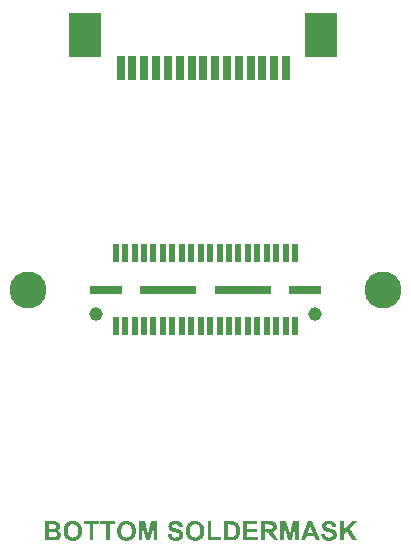
<source format=gbs>
G04*
G04 #@! TF.GenerationSoftware,Altium Limited,Altium Designer,22.5.1 (42)*
G04*
G04 Layer_Color=16711935*
%FSLAX25Y25*%
%MOIN*%
G70*
G04*
G04 #@! TF.SameCoordinates,343D76CA-8D90-4984-A01A-401E7FF7C9D5*
G04*
G04*
G04 #@! TF.FilePolarity,Negative*
G04*
G01*
G75*
%ADD17R,0.02902X0.08374*%
%ADD18R,0.11051X0.14673*%
%ADD20C,0.04516*%
%ADD21C,0.12311*%
%ADD35R,0.10500X0.03020*%
%ADD36R,0.19004X0.03020*%
%ADD37R,0.02311X0.06209*%
G36*
X100424Y-77008D02*
X100525Y-77017D01*
X100645Y-77026D01*
X100766Y-77044D01*
X100905Y-77063D01*
X101200Y-77128D01*
X101348Y-77174D01*
X101497Y-77220D01*
X101645Y-77285D01*
X101783Y-77359D01*
X101913Y-77442D01*
X102033Y-77535D01*
X102042Y-77544D01*
X102061Y-77562D01*
X102088Y-77590D01*
X102126Y-77627D01*
X102172Y-77683D01*
X102227Y-77747D01*
X102283Y-77821D01*
X102348Y-77905D01*
X102403Y-78007D01*
X102459Y-78108D01*
X102514Y-78228D01*
X102560Y-78358D01*
X102606Y-78487D01*
X102644Y-78636D01*
X102671Y-78784D01*
X102681Y-78950D01*
X101385Y-78996D01*
Y-78987D01*
Y-78978D01*
X101367Y-78913D01*
X101348Y-78830D01*
X101312Y-78728D01*
X101265Y-78608D01*
X101200Y-78497D01*
X101117Y-78386D01*
X101025Y-78293D01*
X101015Y-78284D01*
X100979Y-78256D01*
X100914Y-78219D01*
X100821Y-78182D01*
X100710Y-78145D01*
X100572Y-78108D01*
X100405Y-78080D01*
X100211Y-78071D01*
X100118D01*
X100016Y-78080D01*
X99896Y-78099D01*
X99757Y-78127D01*
X99610Y-78173D01*
X99471Y-78228D01*
X99341Y-78312D01*
X99332Y-78321D01*
X99313Y-78339D01*
X99277Y-78367D01*
X99239Y-78413D01*
X99203Y-78469D01*
X99165Y-78543D01*
X99147Y-78617D01*
X99138Y-78710D01*
Y-78719D01*
Y-78746D01*
X99147Y-78793D01*
X99165Y-78839D01*
X99184Y-78904D01*
X99212Y-78969D01*
X99258Y-79033D01*
X99323Y-79098D01*
X99332Y-79107D01*
X99378Y-79135D01*
X99406Y-79154D01*
X99452Y-79172D01*
X99498Y-79200D01*
X99563Y-79228D01*
X99637Y-79255D01*
X99721Y-79292D01*
X99822Y-79329D01*
X99924Y-79366D01*
X100054Y-79403D01*
X100192Y-79440D01*
X100340Y-79477D01*
X100507Y-79523D01*
X100516D01*
X100553Y-79533D01*
X100599Y-79542D01*
X100664Y-79561D01*
X100738Y-79579D01*
X100830Y-79607D01*
X100932Y-79634D01*
X101034Y-79662D01*
X101256Y-79736D01*
X101487Y-79810D01*
X101709Y-79893D01*
X101802Y-79940D01*
X101894Y-79986D01*
X101903D01*
X101913Y-79995D01*
X101968Y-80032D01*
X102051Y-80088D01*
X102153Y-80162D01*
X102264Y-80254D01*
X102384Y-80365D01*
X102505Y-80495D01*
X102606Y-80643D01*
X102616Y-80661D01*
X102644Y-80717D01*
X102690Y-80800D01*
X102736Y-80920D01*
X102782Y-81068D01*
X102829Y-81244D01*
X102856Y-81438D01*
X102866Y-81660D01*
Y-81669D01*
Y-81688D01*
Y-81716D01*
Y-81753D01*
X102856Y-81799D01*
X102847Y-81864D01*
X102829Y-81993D01*
X102792Y-82160D01*
X102736Y-82336D01*
X102653Y-82511D01*
X102551Y-82696D01*
Y-82705D01*
X102532Y-82715D01*
X102496Y-82770D01*
X102421Y-82863D01*
X102329Y-82964D01*
X102209Y-83085D01*
X102051Y-83196D01*
X101885Y-83307D01*
X101681Y-83408D01*
X101672D01*
X101654Y-83418D01*
X101626Y-83427D01*
X101580Y-83446D01*
X101524Y-83464D01*
X101460Y-83482D01*
X101385Y-83501D01*
X101302Y-83520D01*
X101200Y-83547D01*
X101099Y-83566D01*
X100858Y-83603D01*
X100590Y-83631D01*
X100294Y-83640D01*
X100174D01*
X100091Y-83631D01*
X99989Y-83621D01*
X99878Y-83612D01*
X99748Y-83593D01*
X99610Y-83566D01*
X99304Y-83501D01*
X99147Y-83455D01*
X98999Y-83408D01*
X98842Y-83344D01*
X98694Y-83270D01*
X98555Y-83187D01*
X98426Y-83085D01*
X98416Y-83075D01*
X98398Y-83057D01*
X98361Y-83029D01*
X98324Y-82983D01*
X98268Y-82918D01*
X98213Y-82844D01*
X98148Y-82761D01*
X98083Y-82669D01*
X98018Y-82557D01*
X97954Y-82437D01*
X97889Y-82298D01*
X97824Y-82151D01*
X97778Y-81993D01*
X97723Y-81818D01*
X97685Y-81633D01*
X97658Y-81438D01*
X98916Y-81318D01*
Y-81327D01*
X98925Y-81346D01*
Y-81383D01*
X98934Y-81420D01*
X98971Y-81531D01*
X99018Y-81669D01*
X99073Y-81827D01*
X99156Y-81984D01*
X99249Y-82123D01*
X99369Y-82252D01*
X99388Y-82262D01*
X99434Y-82298D01*
X99508Y-82345D01*
X99619Y-82400D01*
X99757Y-82456D01*
X99915Y-82502D01*
X100100Y-82539D01*
X100312Y-82548D01*
X100414D01*
X100525Y-82530D01*
X100664Y-82511D01*
X100812Y-82484D01*
X100969Y-82437D01*
X101117Y-82372D01*
X101247Y-82289D01*
X101265Y-82280D01*
X101302Y-82243D01*
X101348Y-82187D01*
X101413Y-82113D01*
X101469Y-82021D01*
X101524Y-81910D01*
X101561Y-81799D01*
X101570Y-81669D01*
Y-81660D01*
Y-81633D01*
X101561Y-81586D01*
X101552Y-81531D01*
X101533Y-81475D01*
X101515Y-81410D01*
X101478Y-81346D01*
X101432Y-81281D01*
X101423Y-81272D01*
X101404Y-81253D01*
X101376Y-81226D01*
X101330Y-81188D01*
X101265Y-81142D01*
X101182Y-81096D01*
X101090Y-81050D01*
X100969Y-81003D01*
X100960D01*
X100923Y-80985D01*
X100858Y-80967D01*
X100812Y-80948D01*
X100757Y-80939D01*
X100692Y-80920D01*
X100618Y-80892D01*
X100534Y-80874D01*
X100442Y-80846D01*
X100331Y-80818D01*
X100211Y-80791D01*
X100081Y-80754D01*
X99933Y-80717D01*
X99924D01*
X99887Y-80708D01*
X99831Y-80689D01*
X99767Y-80670D01*
X99683Y-80643D01*
X99582Y-80615D01*
X99480Y-80578D01*
X99360Y-80541D01*
X99119Y-80449D01*
X98888Y-80338D01*
X98768Y-80282D01*
X98666Y-80217D01*
X98564Y-80152D01*
X98481Y-80088D01*
X98472Y-80079D01*
X98453Y-80060D01*
X98426Y-80032D01*
X98388Y-79995D01*
X98342Y-79940D01*
X98296Y-79875D01*
X98241Y-79810D01*
X98194Y-79727D01*
X98083Y-79533D01*
X97991Y-79311D01*
X97954Y-79190D01*
X97926Y-79070D01*
X97908Y-78931D01*
X97898Y-78793D01*
Y-78784D01*
Y-78774D01*
Y-78746D01*
Y-78710D01*
X97917Y-78617D01*
X97935Y-78497D01*
X97963Y-78358D01*
X98009Y-78201D01*
X98074Y-78034D01*
X98167Y-77877D01*
Y-77868D01*
X98176Y-77859D01*
X98222Y-77803D01*
X98277Y-77729D01*
X98370Y-77636D01*
X98481Y-77535D01*
X98620Y-77424D01*
X98777Y-77322D01*
X98962Y-77229D01*
X98971D01*
X98990Y-77220D01*
X99018Y-77211D01*
X99054Y-77192D01*
X99110Y-77174D01*
X99165Y-77156D01*
X99239Y-77137D01*
X99323Y-77109D01*
X99508Y-77072D01*
X99721Y-77035D01*
X99961Y-77008D01*
X100229Y-76998D01*
X100340D01*
X100424Y-77008D01*
D02*
G37*
G36*
X49243Y-77008D02*
X49345Y-77017D01*
X49465Y-77026D01*
X49586Y-77044D01*
X49724Y-77063D01*
X50020Y-77128D01*
X50168Y-77174D01*
X50316Y-77220D01*
X50464Y-77285D01*
X50603Y-77359D01*
X50732Y-77442D01*
X50853Y-77535D01*
X50862Y-77544D01*
X50880Y-77562D01*
X50908Y-77590D01*
X50945Y-77627D01*
X50991Y-77683D01*
X51047Y-77747D01*
X51103Y-77821D01*
X51167Y-77905D01*
X51223Y-78007D01*
X51278Y-78108D01*
X51334Y-78228D01*
X51380Y-78358D01*
X51426Y-78487D01*
X51463Y-78636D01*
X51491Y-78784D01*
X51500Y-78950D01*
X50205Y-78996D01*
Y-78987D01*
Y-78978D01*
X50187Y-78913D01*
X50168Y-78830D01*
X50131Y-78728D01*
X50085Y-78608D01*
X50020Y-78497D01*
X49937Y-78386D01*
X49845Y-78293D01*
X49835Y-78284D01*
X49798Y-78256D01*
X49733Y-78219D01*
X49641Y-78182D01*
X49530Y-78145D01*
X49391Y-78108D01*
X49225Y-78080D01*
X49031Y-78071D01*
X48938D01*
X48836Y-78080D01*
X48716Y-78099D01*
X48577Y-78127D01*
X48429Y-78173D01*
X48291Y-78228D01*
X48161Y-78312D01*
X48152Y-78321D01*
X48133Y-78339D01*
X48096Y-78367D01*
X48059Y-78413D01*
X48022Y-78469D01*
X47985Y-78543D01*
X47967Y-78617D01*
X47958Y-78710D01*
Y-78719D01*
Y-78746D01*
X47967Y-78793D01*
X47985Y-78839D01*
X48004Y-78904D01*
X48031Y-78969D01*
X48078Y-79033D01*
X48142Y-79098D01*
X48152Y-79107D01*
X48198Y-79135D01*
X48226Y-79154D01*
X48272Y-79172D01*
X48318Y-79200D01*
X48383Y-79228D01*
X48457Y-79255D01*
X48540Y-79292D01*
X48642Y-79329D01*
X48744Y-79366D01*
X48873Y-79403D01*
X49012Y-79440D01*
X49160Y-79477D01*
X49327Y-79523D01*
X49336D01*
X49373Y-79533D01*
X49419Y-79542D01*
X49484Y-79561D01*
X49558Y-79579D01*
X49650Y-79607D01*
X49752Y-79634D01*
X49854Y-79662D01*
X50076Y-79736D01*
X50307Y-79810D01*
X50529Y-79893D01*
X50621Y-79940D01*
X50714Y-79986D01*
X50723D01*
X50732Y-79995D01*
X50788Y-80032D01*
X50871Y-80088D01*
X50973Y-80162D01*
X51084Y-80254D01*
X51204Y-80365D01*
X51324Y-80495D01*
X51426Y-80643D01*
X51436Y-80661D01*
X51463Y-80717D01*
X51509Y-80800D01*
X51556Y-80920D01*
X51602Y-81068D01*
X51648Y-81244D01*
X51676Y-81438D01*
X51685Y-81660D01*
Y-81669D01*
Y-81688D01*
Y-81716D01*
Y-81753D01*
X51676Y-81799D01*
X51667Y-81864D01*
X51648Y-81993D01*
X51611Y-82160D01*
X51556Y-82336D01*
X51473Y-82511D01*
X51371Y-82696D01*
Y-82705D01*
X51352Y-82715D01*
X51315Y-82770D01*
X51241Y-82863D01*
X51149Y-82964D01*
X51029Y-83085D01*
X50871Y-83196D01*
X50705Y-83307D01*
X50501Y-83408D01*
X50492D01*
X50473Y-83418D01*
X50446Y-83427D01*
X50400Y-83446D01*
X50344Y-83464D01*
X50279Y-83482D01*
X50205Y-83501D01*
X50122Y-83520D01*
X50020Y-83547D01*
X49918Y-83566D01*
X49678Y-83603D01*
X49410Y-83631D01*
X49114Y-83640D01*
X48994D01*
X48910Y-83631D01*
X48809Y-83621D01*
X48698Y-83612D01*
X48568Y-83593D01*
X48429Y-83566D01*
X48124Y-83501D01*
X47967Y-83455D01*
X47819Y-83408D01*
X47662Y-83344D01*
X47513Y-83270D01*
X47375Y-83187D01*
X47245Y-83085D01*
X47236Y-83075D01*
X47218Y-83057D01*
X47181Y-83029D01*
X47144Y-82983D01*
X47088Y-82918D01*
X47032Y-82844D01*
X46968Y-82761D01*
X46903Y-82669D01*
X46838Y-82557D01*
X46773Y-82437D01*
X46709Y-82298D01*
X46644Y-82151D01*
X46598Y-81993D01*
X46542Y-81818D01*
X46505Y-81633D01*
X46477Y-81438D01*
X47736Y-81318D01*
Y-81327D01*
X47745Y-81346D01*
Y-81383D01*
X47754Y-81420D01*
X47791Y-81531D01*
X47837Y-81669D01*
X47893Y-81827D01*
X47976Y-81984D01*
X48068Y-82123D01*
X48189Y-82252D01*
X48207Y-82262D01*
X48254Y-82298D01*
X48327Y-82345D01*
X48439Y-82400D01*
X48577Y-82456D01*
X48735Y-82502D01*
X48919Y-82539D01*
X49132Y-82548D01*
X49234D01*
X49345Y-82530D01*
X49484Y-82511D01*
X49632Y-82484D01*
X49789Y-82437D01*
X49937Y-82372D01*
X50067Y-82289D01*
X50085Y-82280D01*
X50122Y-82243D01*
X50168Y-82187D01*
X50233Y-82113D01*
X50288Y-82021D01*
X50344Y-81910D01*
X50381Y-81799D01*
X50390Y-81669D01*
Y-81660D01*
Y-81633D01*
X50381Y-81586D01*
X50372Y-81531D01*
X50353Y-81475D01*
X50335Y-81410D01*
X50298Y-81346D01*
X50252Y-81281D01*
X50242Y-81272D01*
X50224Y-81253D01*
X50196Y-81226D01*
X50150Y-81188D01*
X50085Y-81142D01*
X50002Y-81096D01*
X49909Y-81050D01*
X49789Y-81003D01*
X49780D01*
X49743Y-80985D01*
X49678Y-80967D01*
X49632Y-80948D01*
X49576Y-80939D01*
X49512Y-80920D01*
X49437Y-80892D01*
X49354Y-80874D01*
X49262Y-80846D01*
X49151Y-80818D01*
X49031Y-80791D01*
X48901Y-80754D01*
X48753Y-80717D01*
X48744D01*
X48707Y-80708D01*
X48651Y-80689D01*
X48586Y-80670D01*
X48503Y-80643D01*
X48401Y-80615D01*
X48300Y-80578D01*
X48180Y-80541D01*
X47939Y-80449D01*
X47708Y-80338D01*
X47587Y-80282D01*
X47486Y-80217D01*
X47384Y-80152D01*
X47301Y-80088D01*
X47291Y-80079D01*
X47273Y-80060D01*
X47245Y-80032D01*
X47208Y-79995D01*
X47162Y-79940D01*
X47116Y-79875D01*
X47060Y-79810D01*
X47014Y-79727D01*
X46903Y-79533D01*
X46810Y-79311D01*
X46773Y-79190D01*
X46746Y-79070D01*
X46727Y-78931D01*
X46718Y-78793D01*
Y-78784D01*
Y-78774D01*
Y-78746D01*
Y-78710D01*
X46736Y-78617D01*
X46755Y-78497D01*
X46783Y-78358D01*
X46829Y-78201D01*
X46894Y-78034D01*
X46986Y-77877D01*
Y-77868D01*
X46995Y-77859D01*
X47042Y-77803D01*
X47097Y-77729D01*
X47190Y-77636D01*
X47301Y-77535D01*
X47440Y-77424D01*
X47597Y-77322D01*
X47782Y-77229D01*
X47791D01*
X47809Y-77220D01*
X47837Y-77211D01*
X47874Y-77192D01*
X47930Y-77174D01*
X47985Y-77156D01*
X48059Y-77137D01*
X48142Y-77109D01*
X48327Y-77072D01*
X48540Y-77035D01*
X48781Y-77008D01*
X49049Y-76998D01*
X49160D01*
X49243Y-77008D01*
D02*
G37*
G36*
X107204Y-79616D02*
X109748Y-83520D01*
X108073D01*
X106307Y-80513D01*
X105261Y-81586D01*
Y-83520D01*
X103966D01*
Y-77118D01*
X105261D01*
Y-79967D01*
X107888Y-77118D01*
X109627D01*
X107204Y-79616D01*
D02*
G37*
G36*
X90230Y-83520D02*
X89037D01*
X89028Y-78487D01*
X87770Y-83520D01*
X86521D01*
X85263Y-78487D01*
Y-83520D01*
X84070D01*
Y-77118D01*
X86003D01*
X87150Y-81494D01*
X88288Y-77118D01*
X90230D01*
Y-83520D01*
D02*
G37*
G36*
X43018D02*
X41825D01*
X41816Y-78487D01*
X40558Y-83520D01*
X39309D01*
X38051Y-78487D01*
Y-83520D01*
X36858D01*
Y-77118D01*
X38791D01*
X39938Y-81494D01*
X41076Y-77118D01*
X43018D01*
Y-83520D01*
D02*
G37*
G36*
X97306Y-83520D02*
X95910D01*
X95354Y-82067D01*
X92783D01*
X92256Y-83520D01*
X90887Y-83520D01*
X93366Y-77118D01*
X94735D01*
X97306Y-83520D01*
D02*
G37*
G36*
X80601Y-77128D02*
X80703D01*
X80804Y-77137D01*
X80924D01*
X81165Y-77165D01*
X81415Y-77192D01*
X81646Y-77239D01*
X81748Y-77267D01*
X81840Y-77294D01*
X81849D01*
X81859Y-77303D01*
X81914Y-77331D01*
X81998Y-77377D01*
X82108Y-77433D01*
X82229Y-77526D01*
X82349Y-77627D01*
X82469Y-77757D01*
X82580Y-77914D01*
Y-77923D01*
X82590Y-77933D01*
X82608Y-77960D01*
X82626Y-77988D01*
X82673Y-78080D01*
X82728Y-78201D01*
X82775Y-78349D01*
X82821Y-78515D01*
X82858Y-78710D01*
X82867Y-78913D01*
Y-78922D01*
Y-78941D01*
Y-78987D01*
X82858Y-79033D01*
Y-79098D01*
X82849Y-79163D01*
X82811Y-79329D01*
X82765Y-79523D01*
X82691Y-79718D01*
X82580Y-79921D01*
X82516Y-80014D01*
X82442Y-80106D01*
X82432Y-80115D01*
X82423Y-80125D01*
X82395Y-80152D01*
X82358Y-80180D01*
X82321Y-80217D01*
X82266Y-80264D01*
X82201Y-80310D01*
X82127Y-80356D01*
X82044Y-80411D01*
X81942Y-80458D01*
X81840Y-80504D01*
X81729Y-80550D01*
X81600Y-80597D01*
X81470Y-80633D01*
X81331Y-80670D01*
X81174Y-80698D01*
X81183D01*
X81193Y-80708D01*
X81248Y-80744D01*
X81322Y-80791D01*
X81415Y-80856D01*
X81526Y-80939D01*
X81637Y-81022D01*
X81757Y-81124D01*
X81859Y-81235D01*
X81868Y-81244D01*
X81914Y-81290D01*
X81970Y-81364D01*
X82053Y-81475D01*
X82164Y-81614D01*
X82219Y-81707D01*
X82284Y-81799D01*
X82358Y-81901D01*
X82432Y-82012D01*
X82516Y-82141D01*
X82599Y-82271D01*
X83385Y-83520D01*
X81831D01*
X80906Y-82132D01*
X80897Y-82123D01*
X80888Y-82095D01*
X80860Y-82058D01*
X80823Y-82012D01*
X80786Y-81956D01*
X80739Y-81882D01*
X80638Y-81734D01*
X80518Y-81568D01*
X80406Y-81420D01*
X80305Y-81281D01*
X80259Y-81235D01*
X80221Y-81188D01*
X80212Y-81179D01*
X80194Y-81161D01*
X80157Y-81124D01*
X80111Y-81077D01*
X80046Y-81041D01*
X79981Y-80994D01*
X79907Y-80957D01*
X79833Y-80920D01*
X79824D01*
X79796Y-80911D01*
X79750Y-80892D01*
X79676Y-80883D01*
X79583Y-80865D01*
X79472Y-80856D01*
X79343Y-80846D01*
X78926D01*
Y-83520D01*
X77631D01*
Y-77118D01*
X80518D01*
X80601Y-77128D01*
D02*
G37*
G36*
X76411Y-78201D02*
X72960D01*
Y-79616D01*
X76170D01*
Y-80698D01*
X72960D01*
Y-82437D01*
X76531D01*
Y-83520D01*
X71665D01*
Y-77118D01*
X76411D01*
Y-78201D01*
D02*
G37*
G36*
X67836Y-77128D02*
X68011Y-77137D01*
X68206Y-77146D01*
X68409Y-77174D01*
X68603Y-77202D01*
X68779Y-77248D01*
X68788D01*
X68807Y-77257D01*
X68835Y-77267D01*
X68872Y-77276D01*
X68983Y-77322D01*
X69112Y-77387D01*
X69260Y-77470D01*
X69427Y-77572D01*
X69584Y-77692D01*
X69741Y-77840D01*
X69750D01*
X69760Y-77859D01*
X69806Y-77914D01*
X69880Y-78007D01*
X69963Y-78127D01*
X70065Y-78275D01*
X70167Y-78451D01*
X70268Y-78654D01*
X70352Y-78876D01*
Y-78885D01*
X70361Y-78904D01*
X70370Y-78941D01*
X70389Y-78987D01*
X70398Y-79043D01*
X70416Y-79116D01*
X70435Y-79200D01*
X70463Y-79292D01*
X70481Y-79394D01*
X70500Y-79514D01*
X70518Y-79634D01*
X70527Y-79773D01*
X70555Y-80060D01*
X70565Y-80384D01*
Y-80393D01*
Y-80421D01*
Y-80458D01*
Y-80513D01*
X70555Y-80587D01*
Y-80661D01*
X70546Y-80754D01*
X70537Y-80856D01*
X70518Y-81068D01*
X70481Y-81290D01*
X70426Y-81521D01*
X70361Y-81744D01*
Y-81753D01*
X70352Y-81771D01*
X70333Y-81808D01*
X70315Y-81864D01*
X70296Y-81919D01*
X70259Y-81984D01*
X70185Y-82151D01*
X70093Y-82326D01*
X69972Y-82521D01*
X69834Y-82705D01*
X69677Y-82881D01*
X69658Y-82900D01*
X69612Y-82937D01*
X69538Y-82992D01*
X69436Y-83066D01*
X69306Y-83149D01*
X69159Y-83233D01*
X68973Y-83316D01*
X68770Y-83390D01*
X68761D01*
X68752Y-83399D01*
X68724D01*
X68696Y-83408D01*
X68594Y-83427D01*
X68465Y-83455D01*
X68308Y-83482D01*
X68113Y-83501D01*
X67882Y-83510D01*
X67632Y-83520D01*
X65209D01*
Y-77118D01*
X67762D01*
X67836Y-77128D01*
D02*
G37*
G36*
X61065Y-82437D02*
X64284D01*
Y-83520D01*
X59770D01*
Y-77165D01*
X61065D01*
Y-82437D01*
D02*
G37*
G36*
X29078Y-78201D02*
X27191D01*
Y-83520D01*
X25896D01*
Y-78201D01*
X24000D01*
Y-77118D01*
X29078D01*
Y-78201D01*
D02*
G37*
G36*
X23611D02*
X21724D01*
Y-83520D01*
X20429D01*
Y-78201D01*
X18533D01*
Y-77118D01*
X23611D01*
Y-78201D01*
D02*
G37*
G36*
X8552Y-77128D02*
X8738Y-77137D01*
X8923Y-77146D01*
X9098Y-77165D01*
X9256Y-77183D01*
X9274D01*
X9320Y-77192D01*
X9385Y-77211D01*
X9477Y-77239D01*
X9579Y-77276D01*
X9690Y-77322D01*
X9810Y-77377D01*
X9922Y-77451D01*
X9931Y-77461D01*
X9968Y-77488D01*
X10023Y-77535D01*
X10097Y-77590D01*
X10171Y-77674D01*
X10255Y-77766D01*
X10338Y-77868D01*
X10412Y-77988D01*
X10421Y-78007D01*
X10440Y-78044D01*
X10476Y-78118D01*
X10514Y-78210D01*
X10550Y-78321D01*
X10588Y-78441D01*
X10606Y-78589D01*
X10615Y-78737D01*
Y-78746D01*
Y-78756D01*
Y-78811D01*
X10606Y-78895D01*
X10588Y-79005D01*
X10550Y-79135D01*
X10514Y-79274D01*
X10449Y-79413D01*
X10366Y-79561D01*
X10356Y-79579D01*
X10319Y-79625D01*
X10264Y-79690D01*
X10199Y-79773D01*
X10107Y-79856D01*
X9995Y-79958D01*
X9866Y-80041D01*
X9718Y-80125D01*
X9727D01*
X9746Y-80134D01*
X9774Y-80143D01*
X9810Y-80152D01*
X9922Y-80199D01*
X10051Y-80264D01*
X10190Y-80338D01*
X10347Y-80439D01*
X10486Y-80559D01*
X10615Y-80708D01*
X10625Y-80726D01*
X10661Y-80782D01*
X10717Y-80865D01*
X10773Y-80976D01*
X10828Y-81124D01*
X10883Y-81281D01*
X10921Y-81466D01*
X10930Y-81669D01*
Y-81679D01*
Y-81688D01*
Y-81744D01*
X10921Y-81827D01*
X10902Y-81938D01*
X10883Y-82067D01*
X10847Y-82215D01*
X10791Y-82363D01*
X10726Y-82521D01*
X10717Y-82539D01*
X10689Y-82585D01*
X10643Y-82659D01*
X10578Y-82752D01*
X10504Y-82863D01*
X10402Y-82964D01*
X10301Y-83075D01*
X10171Y-83177D01*
X10153Y-83187D01*
X10107Y-83214D01*
X10033Y-83261D01*
X9931Y-83307D01*
X9801Y-83362D01*
X9653Y-83408D01*
X9487Y-83455D01*
X9302Y-83482D01*
X9265D01*
X9228Y-83492D01*
X9135D01*
X9070Y-83501D01*
X8895D01*
X8784Y-83510D01*
X8506D01*
X8349Y-83520D01*
X5574D01*
Y-77118D01*
X8386D01*
X8552Y-77128D01*
D02*
G37*
G36*
X55746Y-77008D02*
X55839D01*
X55959Y-77026D01*
X56098Y-77044D01*
X56255Y-77072D01*
X56421Y-77109D01*
X56597Y-77156D01*
X56782Y-77211D01*
X56967Y-77285D01*
X57161Y-77368D01*
X57346Y-77470D01*
X57531Y-77590D01*
X57707Y-77729D01*
X57873Y-77886D01*
X57883Y-77895D01*
X57911Y-77923D01*
X57957Y-77979D01*
X58003Y-78044D01*
X58068Y-78136D01*
X58142Y-78247D01*
X58216Y-78377D01*
X58299Y-78525D01*
X58382Y-78682D01*
X58456Y-78867D01*
X58530Y-79070D01*
X58595Y-79283D01*
X58650Y-79523D01*
X58688Y-79773D01*
X58715Y-80041D01*
X58724Y-80328D01*
Y-80347D01*
Y-80393D01*
X58715Y-80476D01*
Y-80587D01*
X58697Y-80717D01*
X58678Y-80865D01*
X58650Y-81041D01*
X58623Y-81216D01*
X58577Y-81410D01*
X58521Y-81614D01*
X58447Y-81818D01*
X58364Y-82021D01*
X58271Y-82215D01*
X58151Y-82410D01*
X58021Y-82595D01*
X57873Y-82770D01*
X57864Y-82780D01*
X57837Y-82807D01*
X57790Y-82854D01*
X57716Y-82909D01*
X57633Y-82974D01*
X57531Y-83048D01*
X57411Y-83122D01*
X57282Y-83205D01*
X57124Y-83288D01*
X56958Y-83362D01*
X56773Y-83436D01*
X56569Y-83501D01*
X56357Y-83556D01*
X56125Y-83603D01*
X55885Y-83631D01*
X55626Y-83640D01*
X55561D01*
X55487Y-83631D01*
X55395Y-83621D01*
X55274Y-83612D01*
X55136Y-83593D01*
X54978Y-83566D01*
X54812Y-83529D01*
X54627Y-83482D01*
X54451Y-83427D01*
X54257Y-83353D01*
X54072Y-83270D01*
X53878Y-83177D01*
X53702Y-83057D01*
X53526Y-82928D01*
X53360Y-82770D01*
X53350Y-82761D01*
X53322Y-82733D01*
X53285Y-82678D01*
X53230Y-82613D01*
X53165Y-82521D01*
X53091Y-82410D01*
X53017Y-82289D01*
X52943Y-82141D01*
X52860Y-81984D01*
X52786Y-81799D01*
X52712Y-81605D01*
X52647Y-81392D01*
X52592Y-81161D01*
X52555Y-80911D01*
X52527Y-80643D01*
X52518Y-80365D01*
Y-80356D01*
Y-80319D01*
Y-80273D01*
X52527Y-80199D01*
Y-80115D01*
X52536Y-80023D01*
X52545Y-79912D01*
X52555Y-79792D01*
X52592Y-79533D01*
X52638Y-79255D01*
X52712Y-78978D01*
X52804Y-78719D01*
Y-78710D01*
X52814Y-78700D01*
X52832Y-78672D01*
X52842Y-78636D01*
X52897Y-78543D01*
X52962Y-78423D01*
X53045Y-78284D01*
X53147Y-78145D01*
X53267Y-77988D01*
X53396Y-77840D01*
X53406Y-77831D01*
X53415Y-77821D01*
X53461Y-77775D01*
X53544Y-77701D01*
X53646Y-77618D01*
X53767Y-77526D01*
X53905Y-77424D01*
X54062Y-77331D01*
X54229Y-77257D01*
X54238D01*
X54257Y-77248D01*
X54294Y-77229D01*
X54340Y-77220D01*
X54396Y-77192D01*
X54460Y-77174D01*
X54544Y-77156D01*
X54627Y-77128D01*
X54830Y-77082D01*
X55062Y-77035D01*
X55330Y-77008D01*
X55607Y-76998D01*
X55672D01*
X55746Y-77008D01*
D02*
G37*
G36*
X32880Y-77008D02*
X32972D01*
X33093Y-77026D01*
X33231Y-77044D01*
X33389Y-77072D01*
X33555Y-77109D01*
X33731Y-77156D01*
X33916Y-77211D01*
X34101Y-77285D01*
X34295Y-77368D01*
X34480Y-77470D01*
X34665Y-77590D01*
X34841Y-77729D01*
X35008Y-77886D01*
X35017Y-77895D01*
X35045Y-77923D01*
X35091Y-77979D01*
X35137Y-78044D01*
X35202Y-78136D01*
X35276Y-78247D01*
X35350Y-78377D01*
X35433Y-78525D01*
X35516Y-78682D01*
X35590Y-78867D01*
X35664Y-79070D01*
X35729Y-79283D01*
X35785Y-79523D01*
X35822Y-79773D01*
X35849Y-80041D01*
X35859Y-80328D01*
Y-80347D01*
Y-80393D01*
X35849Y-80476D01*
Y-80587D01*
X35831Y-80717D01*
X35812Y-80865D01*
X35785Y-81041D01*
X35757Y-81216D01*
X35710Y-81410D01*
X35655Y-81614D01*
X35581Y-81818D01*
X35498Y-82021D01*
X35405Y-82215D01*
X35285Y-82410D01*
X35155Y-82595D01*
X35008Y-82770D01*
X34998Y-82780D01*
X34971Y-82807D01*
X34924Y-82854D01*
X34850Y-82909D01*
X34767Y-82974D01*
X34665Y-83048D01*
X34545Y-83122D01*
X34416Y-83205D01*
X34258Y-83288D01*
X34092Y-83362D01*
X33907Y-83436D01*
X33703Y-83501D01*
X33490Y-83556D01*
X33259Y-83603D01*
X33019Y-83631D01*
X32760Y-83640D01*
X32695D01*
X32621Y-83631D01*
X32528Y-83621D01*
X32408Y-83612D01*
X32269Y-83593D01*
X32112Y-83566D01*
X31946Y-83529D01*
X31761Y-83482D01*
X31585Y-83427D01*
X31391Y-83353D01*
X31206Y-83270D01*
X31012Y-83177D01*
X30836Y-83057D01*
X30660Y-82928D01*
X30494Y-82770D01*
X30484Y-82761D01*
X30457Y-82733D01*
X30419Y-82678D01*
X30364Y-82613D01*
X30299Y-82521D01*
X30225Y-82410D01*
X30151Y-82289D01*
X30077Y-82141D01*
X29994Y-81984D01*
X29920Y-81799D01*
X29846Y-81605D01*
X29781Y-81392D01*
X29726Y-81161D01*
X29689Y-80911D01*
X29661Y-80643D01*
X29652Y-80365D01*
Y-80356D01*
Y-80319D01*
Y-80273D01*
X29661Y-80199D01*
Y-80115D01*
X29670Y-80023D01*
X29680Y-79912D01*
X29689Y-79792D01*
X29726Y-79533D01*
X29772Y-79255D01*
X29846Y-78978D01*
X29939Y-78719D01*
Y-78710D01*
X29948Y-78700D01*
X29966Y-78672D01*
X29976Y-78636D01*
X30031Y-78543D01*
X30096Y-78423D01*
X30179Y-78284D01*
X30281Y-78145D01*
X30401Y-77988D01*
X30531Y-77840D01*
X30540Y-77831D01*
X30549Y-77821D01*
X30595Y-77775D01*
X30678Y-77701D01*
X30780Y-77618D01*
X30900Y-77526D01*
X31039Y-77424D01*
X31196Y-77331D01*
X31363Y-77257D01*
X31372D01*
X31391Y-77248D01*
X31428Y-77229D01*
X31474Y-77220D01*
X31530Y-77192D01*
X31594Y-77174D01*
X31677Y-77156D01*
X31761Y-77128D01*
X31964Y-77082D01*
X32195Y-77035D01*
X32464Y-77008D01*
X32741Y-76998D01*
X32806D01*
X32880Y-77008D01*
D02*
G37*
G36*
X14990D02*
X15083D01*
X15203Y-77026D01*
X15342Y-77044D01*
X15499Y-77072D01*
X15666Y-77109D01*
X15842Y-77156D01*
X16026Y-77211D01*
X16211Y-77285D01*
X16406Y-77368D01*
X16591Y-77470D01*
X16776Y-77590D01*
X16951Y-77729D01*
X17118Y-77886D01*
X17127Y-77895D01*
X17155Y-77923D01*
X17201Y-77979D01*
X17247Y-78044D01*
X17312Y-78136D01*
X17386Y-78247D01*
X17460Y-78377D01*
X17544Y-78525D01*
X17627Y-78682D01*
X17701Y-78867D01*
X17775Y-79070D01*
X17840Y-79283D01*
X17895Y-79523D01*
X17932Y-79773D01*
X17960Y-80041D01*
X17969Y-80328D01*
Y-80347D01*
Y-80393D01*
X17960Y-80476D01*
Y-80587D01*
X17941Y-80717D01*
X17923Y-80865D01*
X17895Y-81041D01*
X17867Y-81216D01*
X17821Y-81410D01*
X17765Y-81614D01*
X17692Y-81818D01*
X17608Y-82021D01*
X17516Y-82215D01*
X17395Y-82410D01*
X17266Y-82595D01*
X17118Y-82770D01*
X17109Y-82780D01*
X17081Y-82807D01*
X17035Y-82854D01*
X16961Y-82909D01*
X16878Y-82974D01*
X16776Y-83048D01*
X16656Y-83122D01*
X16526Y-83205D01*
X16369Y-83288D01*
X16202Y-83362D01*
X16017Y-83436D01*
X15814Y-83501D01*
X15601Y-83556D01*
X15370Y-83603D01*
X15129Y-83631D01*
X14870Y-83640D01*
X14806D01*
X14731Y-83631D01*
X14639Y-83621D01*
X14519Y-83612D01*
X14380Y-83593D01*
X14223Y-83566D01*
X14056Y-83529D01*
X13871Y-83482D01*
X13695Y-83427D01*
X13501Y-83353D01*
X13316Y-83270D01*
X13122Y-83177D01*
X12946Y-83057D01*
X12770Y-82928D01*
X12604Y-82770D01*
X12595Y-82761D01*
X12567Y-82733D01*
X12530Y-82678D01*
X12474Y-82613D01*
X12410Y-82521D01*
X12336Y-82410D01*
X12262Y-82289D01*
X12188Y-82141D01*
X12105Y-81984D01*
X12031Y-81799D01*
X11957Y-81605D01*
X11892Y-81392D01*
X11836Y-81161D01*
X11799Y-80911D01*
X11772Y-80643D01*
X11762Y-80365D01*
Y-80356D01*
Y-80319D01*
Y-80273D01*
X11772Y-80199D01*
Y-80115D01*
X11781Y-80023D01*
X11790Y-79912D01*
X11799Y-79792D01*
X11836Y-79533D01*
X11883Y-79255D01*
X11957Y-78978D01*
X12049Y-78719D01*
Y-78710D01*
X12058Y-78700D01*
X12077Y-78672D01*
X12086Y-78636D01*
X12141Y-78543D01*
X12206Y-78423D01*
X12290Y-78284D01*
X12391Y-78145D01*
X12512Y-77988D01*
X12641Y-77840D01*
X12650Y-77831D01*
X12660Y-77821D01*
X12706Y-77775D01*
X12789Y-77701D01*
X12891Y-77618D01*
X13011Y-77526D01*
X13150Y-77424D01*
X13307Y-77331D01*
X13474Y-77257D01*
X13483D01*
X13501Y-77248D01*
X13538Y-77229D01*
X13585Y-77220D01*
X13640Y-77192D01*
X13705Y-77174D01*
X13788Y-77156D01*
X13871Y-77128D01*
X14075Y-77082D01*
X14306Y-77035D01*
X14574Y-77008D01*
X14852Y-76998D01*
X14917D01*
X14990Y-77008D01*
D02*
G37*
%LPC*%
G36*
X94041Y-78608D02*
X93172Y-80985D01*
X94938D01*
X94041Y-78608D01*
D02*
G37*
G36*
X80406Y-78201D02*
X78926D01*
Y-79829D01*
X80185D01*
X80370Y-79820D01*
X80564Y-79810D01*
X80758Y-79801D01*
X80841Y-79792D01*
X80915Y-79782D01*
X80989Y-79764D01*
X81036Y-79755D01*
X81045D01*
X81072Y-79736D01*
X81119Y-79718D01*
X81165Y-79690D01*
X81285Y-79607D01*
X81341Y-79551D01*
X81396Y-79487D01*
X81406Y-79477D01*
X81415Y-79449D01*
X81442Y-79413D01*
X81470Y-79357D01*
X81489Y-79283D01*
X81516Y-79200D01*
X81526Y-79107D01*
X81535Y-79005D01*
Y-78987D01*
Y-78950D01*
X81526Y-78895D01*
X81516Y-78821D01*
X81489Y-78737D01*
X81461Y-78654D01*
X81415Y-78562D01*
X81359Y-78487D01*
X81350Y-78478D01*
X81331Y-78451D01*
X81285Y-78423D01*
X81230Y-78377D01*
X81165Y-78330D01*
X81082Y-78293D01*
X80980Y-78256D01*
X80869Y-78228D01*
X80860D01*
X80832Y-78219D01*
X80777D01*
X80693Y-78210D01*
X80490D01*
X80406Y-78201D01*
D02*
G37*
G36*
X67345D02*
X66504D01*
Y-82437D01*
X67642D01*
X67762Y-82428D01*
X67891D01*
X68021Y-82410D01*
X68141Y-82400D01*
X68243Y-82382D01*
X68261D01*
X68298Y-82363D01*
X68354Y-82345D01*
X68428Y-82317D01*
X68511Y-82280D01*
X68594Y-82234D01*
X68678Y-82178D01*
X68761Y-82113D01*
X68770Y-82104D01*
X68798Y-82077D01*
X68835Y-82030D01*
X68881Y-81966D01*
X68927Y-81882D01*
X68992Y-81780D01*
X69038Y-81651D01*
X69094Y-81503D01*
Y-81494D01*
X69103Y-81485D01*
Y-81457D01*
X69112Y-81420D01*
X69131Y-81383D01*
X69140Y-81327D01*
X69168Y-81188D01*
X69186Y-81022D01*
X69214Y-80828D01*
X69223Y-80587D01*
X69232Y-80328D01*
Y-80319D01*
Y-80291D01*
Y-80254D01*
Y-80208D01*
Y-80143D01*
X69223Y-80069D01*
X69214Y-79912D01*
X69195Y-79727D01*
X69177Y-79533D01*
X69140Y-79357D01*
X69094Y-79190D01*
Y-79181D01*
X69085Y-79172D01*
X69066Y-79126D01*
X69038Y-79052D01*
X69001Y-78959D01*
X68946Y-78867D01*
X68881Y-78765D01*
X68807Y-78663D01*
X68724Y-78571D01*
X68714Y-78562D01*
X68687Y-78534D01*
X68631Y-78497D01*
X68567Y-78451D01*
X68474Y-78395D01*
X68372Y-78349D01*
X68261Y-78303D01*
X68132Y-78266D01*
X68123D01*
X68076Y-78256D01*
X68002Y-78247D01*
X67901Y-78228D01*
X67836D01*
X67752Y-78219D01*
X67669D01*
X67577Y-78210D01*
X67466D01*
X67345Y-78201D01*
D02*
G37*
G36*
X8155Y-78182D02*
X6869D01*
Y-79662D01*
X8108D01*
X8266Y-79653D01*
X8552D01*
X8608Y-79644D01*
X8664D01*
X8700Y-79634D01*
X8756Y-79625D01*
X8839Y-79598D01*
X8923Y-79570D01*
X9006Y-79533D01*
X9089Y-79487D01*
X9163Y-79422D01*
X9172Y-79413D01*
X9191Y-79385D01*
X9228Y-79348D01*
X9265Y-79283D01*
X9292Y-79209D01*
X9330Y-79126D01*
X9348Y-79024D01*
X9357Y-78913D01*
Y-78904D01*
Y-78867D01*
X9348Y-78811D01*
X9339Y-78737D01*
X9320Y-78663D01*
X9283Y-78589D01*
X9246Y-78506D01*
X9191Y-78432D01*
X9182Y-78423D01*
X9163Y-78404D01*
X9117Y-78367D01*
X9070Y-78330D01*
X8997Y-78293D01*
X8913Y-78256D01*
X8811Y-78228D01*
X8700Y-78210D01*
X8691D01*
X8654Y-78201D01*
X8552D01*
X8497Y-78192D01*
X8257D01*
X8155Y-78182D01*
D02*
G37*
G36*
X8210Y-80726D02*
X6869D01*
Y-82437D01*
X8293D01*
X8432Y-82428D01*
X8580D01*
X8728Y-82419D01*
X8849Y-82410D01*
X8904D01*
X8941Y-82400D01*
X8950D01*
X8987Y-82391D01*
X9043Y-82372D01*
X9108Y-82354D01*
X9182Y-82317D01*
X9265Y-82271D01*
X9339Y-82215D01*
X9413Y-82151D01*
X9422Y-82141D01*
X9441Y-82113D01*
X9468Y-82067D01*
X9505Y-82003D01*
X9542Y-81928D01*
X9570Y-81836D01*
X9589Y-81725D01*
X9598Y-81605D01*
Y-81595D01*
Y-81559D01*
X9589Y-81503D01*
X9579Y-81438D01*
X9561Y-81355D01*
X9533Y-81281D01*
X9496Y-81198D01*
X9450Y-81115D01*
X9441Y-81105D01*
X9422Y-81077D01*
X9394Y-81041D01*
X9348Y-81003D01*
X9292Y-80948D01*
X9218Y-80902D01*
X9135Y-80856D01*
X9043Y-80818D01*
X9033D01*
X8987Y-80800D01*
X8913Y-80791D01*
X8867Y-80782D01*
X8802Y-80772D01*
X8738Y-80763D01*
X8654Y-80754D01*
X8562Y-80744D01*
X8451D01*
X8340Y-80735D01*
X8210Y-80726D01*
D02*
G37*
G36*
X55626Y-78099D02*
X55552D01*
X55496Y-78108D01*
X55422Y-78118D01*
X55348Y-78127D01*
X55163Y-78164D01*
X54960Y-78238D01*
X54849Y-78275D01*
X54738Y-78330D01*
X54636Y-78395D01*
X54525Y-78469D01*
X54423Y-78552D01*
X54331Y-78654D01*
X54321Y-78663D01*
X54312Y-78682D01*
X54285Y-78710D01*
X54257Y-78756D01*
X54220Y-78821D01*
X54183Y-78885D01*
X54137Y-78969D01*
X54090Y-79070D01*
X54044Y-79181D01*
X53998Y-79302D01*
X53961Y-79440D01*
X53924Y-79588D01*
X53896Y-79755D01*
X53868Y-79931D01*
X53859Y-80115D01*
X53850Y-80319D01*
Y-80328D01*
Y-80365D01*
Y-80421D01*
X53859Y-80495D01*
X53868Y-80587D01*
X53878Y-80698D01*
X53896Y-80809D01*
X53914Y-80939D01*
X53970Y-81207D01*
X54062Y-81475D01*
X54118Y-81614D01*
X54183Y-81744D01*
X54266Y-81864D01*
X54349Y-81975D01*
X54359Y-81984D01*
X54377Y-82003D01*
X54405Y-82030D01*
X54442Y-82058D01*
X54488Y-82104D01*
X54553Y-82151D01*
X54618Y-82206D01*
X54701Y-82252D01*
X54877Y-82363D01*
X55098Y-82446D01*
X55219Y-82484D01*
X55348Y-82511D01*
X55487Y-82530D01*
X55626Y-82539D01*
X55700D01*
X55755Y-82530D01*
X55820Y-82521D01*
X55894Y-82511D01*
X56070Y-82465D01*
X56273Y-82400D01*
X56375Y-82354D01*
X56486Y-82308D01*
X56588Y-82243D01*
X56699Y-82169D01*
X56801Y-82086D01*
X56893Y-81984D01*
X56902Y-81975D01*
X56911Y-81956D01*
X56939Y-81928D01*
X56967Y-81882D01*
X57013Y-81818D01*
X57050Y-81744D01*
X57096Y-81660D01*
X57143Y-81559D01*
X57189Y-81447D01*
X57235Y-81327D01*
X57282Y-81188D01*
X57319Y-81031D01*
X57346Y-80874D01*
X57374Y-80698D01*
X57383Y-80504D01*
X57393Y-80300D01*
Y-80291D01*
Y-80254D01*
Y-80199D01*
X57383Y-80115D01*
X57374Y-80023D01*
X57365Y-79921D01*
X57355Y-79801D01*
X57328Y-79681D01*
X57272Y-79413D01*
X57189Y-79135D01*
X57134Y-78996D01*
X57069Y-78876D01*
X56985Y-78756D01*
X56902Y-78645D01*
X56893Y-78636D01*
X56884Y-78617D01*
X56856Y-78598D01*
X56819Y-78562D01*
X56763Y-78515D01*
X56708Y-78469D01*
X56643Y-78423D01*
X56560Y-78367D01*
X56477Y-78321D01*
X56375Y-78275D01*
X56162Y-78182D01*
X56042Y-78145D01*
X55913Y-78127D01*
X55774Y-78108D01*
X55626Y-78099D01*
D02*
G37*
G36*
X32760Y-78099D02*
X32686D01*
X32630Y-78108D01*
X32556Y-78118D01*
X32482Y-78127D01*
X32297Y-78164D01*
X32094Y-78238D01*
X31983Y-78275D01*
X31872Y-78330D01*
X31770Y-78395D01*
X31659Y-78469D01*
X31557Y-78552D01*
X31465Y-78654D01*
X31455Y-78663D01*
X31446Y-78682D01*
X31418Y-78710D01*
X31391Y-78756D01*
X31354Y-78821D01*
X31317Y-78885D01*
X31271Y-78969D01*
X31224Y-79070D01*
X31178Y-79181D01*
X31132Y-79302D01*
X31095Y-79440D01*
X31058Y-79588D01*
X31030Y-79755D01*
X31002Y-79931D01*
X30993Y-80115D01*
X30984Y-80319D01*
Y-80328D01*
Y-80365D01*
Y-80421D01*
X30993Y-80495D01*
X31002Y-80587D01*
X31012Y-80698D01*
X31030Y-80809D01*
X31049Y-80939D01*
X31104Y-81207D01*
X31196Y-81475D01*
X31252Y-81614D01*
X31317Y-81744D01*
X31400Y-81864D01*
X31483Y-81975D01*
X31492Y-81984D01*
X31511Y-82003D01*
X31539Y-82030D01*
X31576Y-82058D01*
X31622Y-82104D01*
X31687Y-82151D01*
X31751Y-82206D01*
X31835Y-82252D01*
X32010Y-82363D01*
X32232Y-82446D01*
X32353Y-82484D01*
X32482Y-82511D01*
X32621Y-82530D01*
X32760Y-82539D01*
X32834D01*
X32889Y-82530D01*
X32954Y-82521D01*
X33028Y-82511D01*
X33204Y-82465D01*
X33407Y-82400D01*
X33509Y-82354D01*
X33620Y-82308D01*
X33722Y-82243D01*
X33833Y-82169D01*
X33935Y-82086D01*
X34027Y-81984D01*
X34036Y-81975D01*
X34045Y-81956D01*
X34073Y-81928D01*
X34101Y-81882D01*
X34147Y-81818D01*
X34184Y-81744D01*
X34231Y-81660D01*
X34277Y-81559D01*
X34323Y-81447D01*
X34369Y-81327D01*
X34416Y-81188D01*
X34453Y-81031D01*
X34480Y-80874D01*
X34508Y-80698D01*
X34517Y-80504D01*
X34527Y-80300D01*
Y-80291D01*
Y-80254D01*
Y-80199D01*
X34517Y-80115D01*
X34508Y-80023D01*
X34499Y-79921D01*
X34490Y-79801D01*
X34462Y-79681D01*
X34406Y-79413D01*
X34323Y-79135D01*
X34268Y-78996D01*
X34203Y-78876D01*
X34119Y-78756D01*
X34036Y-78645D01*
X34027Y-78636D01*
X34018Y-78617D01*
X33990Y-78598D01*
X33953Y-78562D01*
X33898Y-78515D01*
X33842Y-78469D01*
X33777Y-78423D01*
X33694Y-78367D01*
X33611Y-78321D01*
X33509Y-78275D01*
X33296Y-78182D01*
X33176Y-78145D01*
X33046Y-78127D01*
X32908Y-78108D01*
X32760Y-78099D01*
D02*
G37*
G36*
X14870D02*
X14796D01*
X14741Y-78108D01*
X14667Y-78118D01*
X14593Y-78127D01*
X14408Y-78164D01*
X14204Y-78238D01*
X14093Y-78275D01*
X13982Y-78330D01*
X13881Y-78395D01*
X13769Y-78469D01*
X13668Y-78552D01*
X13575Y-78654D01*
X13566Y-78663D01*
X13557Y-78682D01*
X13529Y-78710D01*
X13501Y-78756D01*
X13464Y-78821D01*
X13427Y-78885D01*
X13381Y-78969D01*
X13335Y-79070D01*
X13288Y-79181D01*
X13242Y-79302D01*
X13205Y-79440D01*
X13168Y-79588D01*
X13140Y-79755D01*
X13113Y-79931D01*
X13104Y-80115D01*
X13094Y-80319D01*
Y-80328D01*
Y-80365D01*
Y-80421D01*
X13104Y-80495D01*
X13113Y-80587D01*
X13122Y-80698D01*
X13140Y-80809D01*
X13159Y-80939D01*
X13215Y-81207D01*
X13307Y-81475D01*
X13363Y-81614D01*
X13427Y-81744D01*
X13510Y-81864D01*
X13594Y-81975D01*
X13603Y-81984D01*
X13622Y-82003D01*
X13649Y-82030D01*
X13686Y-82058D01*
X13733Y-82104D01*
X13797Y-82151D01*
X13862Y-82206D01*
X13945Y-82252D01*
X14121Y-82363D01*
X14343Y-82446D01*
X14463Y-82484D01*
X14593Y-82511D01*
X14731Y-82530D01*
X14870Y-82539D01*
X14944D01*
X15000Y-82530D01*
X15065Y-82521D01*
X15138Y-82511D01*
X15314Y-82465D01*
X15518Y-82400D01*
X15619Y-82354D01*
X15731Y-82308D01*
X15832Y-82243D01*
X15943Y-82169D01*
X16045Y-82086D01*
X16138Y-81984D01*
X16147Y-81975D01*
X16156Y-81956D01*
X16184Y-81928D01*
X16211Y-81882D01*
X16258Y-81818D01*
X16295Y-81744D01*
X16341Y-81660D01*
X16387Y-81559D01*
X16433Y-81447D01*
X16480Y-81327D01*
X16526Y-81188D01*
X16563Y-81031D01*
X16591Y-80874D01*
X16619Y-80698D01*
X16628Y-80504D01*
X16637Y-80300D01*
Y-80291D01*
Y-80254D01*
Y-80199D01*
X16628Y-80115D01*
X16619Y-80023D01*
X16609Y-79921D01*
X16600Y-79801D01*
X16572Y-79681D01*
X16517Y-79413D01*
X16433Y-79135D01*
X16378Y-78996D01*
X16313Y-78876D01*
X16230Y-78756D01*
X16147Y-78645D01*
X16138Y-78636D01*
X16128Y-78617D01*
X16101Y-78598D01*
X16063Y-78562D01*
X16008Y-78515D01*
X15953Y-78469D01*
X15888Y-78423D01*
X15804Y-78367D01*
X15721Y-78321D01*
X15619Y-78275D01*
X15407Y-78182D01*
X15286Y-78145D01*
X15157Y-78127D01*
X15018Y-78108D01*
X14870Y-78099D01*
D02*
G37*
%LPD*%
D17*
X85915Y73802D02*
D03*
X81978D02*
D03*
X78041D02*
D03*
X74104D02*
D03*
X70167D02*
D03*
X66230D02*
D03*
X62293D02*
D03*
X58356D02*
D03*
X54419D02*
D03*
X30797D02*
D03*
X34734D02*
D03*
X38671D02*
D03*
X50482D02*
D03*
X42608D02*
D03*
X46545D02*
D03*
D18*
X19025Y84826D02*
D03*
X97687D02*
D03*
D20*
X95433Y-8032D02*
D03*
X22677D02*
D03*
D21*
X118110Y0D02*
D03*
X0D02*
D03*
D35*
X92303D02*
D03*
X25807D02*
D03*
D36*
X71555D02*
D03*
X46555D02*
D03*
D37*
X88976Y12165D02*
D03*
Y-12165D02*
D03*
X85827Y12165D02*
D03*
Y-12165D02*
D03*
X82677Y12165D02*
D03*
Y-12165D02*
D03*
X79528Y12165D02*
D03*
Y-12165D02*
D03*
X76378Y12165D02*
D03*
Y-12165D02*
D03*
X73228Y12165D02*
D03*
Y-12165D02*
D03*
X70079Y12165D02*
D03*
Y-12165D02*
D03*
X66929Y12165D02*
D03*
Y-12165D02*
D03*
X63780Y12165D02*
D03*
Y-12165D02*
D03*
X60630Y12165D02*
D03*
Y-12165D02*
D03*
X57480Y12165D02*
D03*
Y-12165D02*
D03*
X54331Y12165D02*
D03*
Y-12165D02*
D03*
X51181Y12165D02*
D03*
Y-12165D02*
D03*
X48031Y12165D02*
D03*
Y-12165D02*
D03*
X44882Y12165D02*
D03*
Y-12165D02*
D03*
X41732Y12165D02*
D03*
Y-12165D02*
D03*
X38583Y12165D02*
D03*
Y-12165D02*
D03*
X35433Y12165D02*
D03*
Y-12165D02*
D03*
X32283Y12165D02*
D03*
Y-12165D02*
D03*
X29134Y12165D02*
D03*
Y-12165D02*
D03*
M02*

</source>
